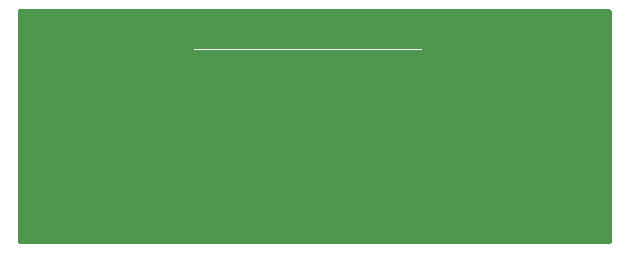
<source format=gbr>
%TF.GenerationSoftware,KiCad,Pcbnew,9.0.6+1*%
%TF.CreationDate,2026-01-27T15:49:49+01:00*%
%TF.ProjectId,si-simulation-test-board,73692d73-696d-4756-9c61-74696f6e2d74,rev?*%
%TF.SameCoordinates,Original*%
%TF.FileFunction,Copper,L3,Inr*%
%TF.FilePolarity,Positive*%
%FSLAX46Y46*%
G04 Gerber Fmt 4.6, Leading zero omitted, Abs format (unit mm)*
G04 Created by KiCad (PCBNEW 9.0.6+1) date 2026-01-27 15:49:49*
%MOMM*%
%LPD*%
G01*
G04 APERTURE LIST*
%TA.AperFunction,Conductor*%
%ADD10C,0.275000*%
%TD*%
%TA.AperFunction,Conductor*%
%ADD11C,0.020000*%
%TD*%
%TA.AperFunction,ViaPad*%
%ADD12C,0.550000*%
%TD*%
G04 APERTURE END LIST*
%TO.N,Filter*%
D10*
X111377500Y-130915000D02*
G75*
G02*
X111102500Y-130915000I-137500J0D01*
G01*
X111102500Y-130915000D02*
G75*
G02*
X111377500Y-130915000I137500J0D01*
G01*
X126782500Y-130915000D02*
G75*
G02*
X126507500Y-130915000I-137500J0D01*
G01*
X126507500Y-130915000D02*
G75*
G02*
X126782500Y-130915000I137500J0D01*
G01*
D11*
X108720000Y-118530000D02*
X128060000Y-118530000D01*
X128060000Y-131970000D01*
X108720000Y-131970000D01*
X108720000Y-118530000D01*
%TA.AperFunction,Conductor*%
G36*
X108720000Y-118530000D02*
G01*
X128060000Y-118530000D01*
X128060000Y-131970000D01*
X108720000Y-131970000D01*
X108720000Y-118530000D01*
G37*
%TD.AperFunction*%
D10*
X126082500Y-130915000D02*
G75*
G02*
X125807500Y-130915000I-137500J0D01*
G01*
X125807500Y-130915000D02*
G75*
G02*
X126082500Y-130915000I137500J0D01*
G01*
X122977500Y-120115000D02*
G75*
G02*
X122702500Y-120115000I-137500J0D01*
G01*
X122702500Y-120115000D02*
G75*
G02*
X122977500Y-120115000I137500J0D01*
G01*
X114577500Y-120115000D02*
G75*
G02*
X114302500Y-120115000I-137500J0D01*
G01*
X114302500Y-120115000D02*
G75*
G02*
X114577500Y-120115000I137500J0D01*
G01*
X125382500Y-130915000D02*
G75*
G02*
X125107500Y-130915000I-137500J0D01*
G01*
X125107500Y-130915000D02*
G75*
G02*
X125382500Y-130915000I137500J0D01*
G01*
X109977500Y-130915000D02*
G75*
G02*
X109702500Y-130915000I-137500J0D01*
G01*
X109702500Y-130915000D02*
G75*
G02*
X109977500Y-130915000I137500J0D01*
G01*
X113877500Y-120115000D02*
G75*
G02*
X113602500Y-120115000I-137500J0D01*
G01*
X113602500Y-120115000D02*
G75*
G02*
X113877500Y-120115000I137500J0D01*
G01*
X110677500Y-130915000D02*
G75*
G02*
X110402500Y-130915000I-137500J0D01*
G01*
X110402500Y-130915000D02*
G75*
G02*
X110677500Y-130915000I137500J0D01*
G01*
X118677500Y-130915000D02*
G75*
G02*
X118402500Y-130915000I-137500J0D01*
G01*
X118402500Y-130915000D02*
G75*
G02*
X118677500Y-130915000I137500J0D01*
G01*
X117977500Y-130915000D02*
G75*
G02*
X117702500Y-130915000I-137500J0D01*
G01*
X117702500Y-130915000D02*
G75*
G02*
X117977500Y-130915000I137500J0D01*
G01*
X122277500Y-120115000D02*
G75*
G02*
X122002500Y-120115000I-137500J0D01*
G01*
X122002500Y-120115000D02*
G75*
G02*
X122277500Y-120115000I137500J0D01*
G01*
%TD*%
D12*
%TO.N,GND*%
X120800000Y-117210000D03*
X113000000Y-133810000D03*
X132340000Y-133810000D03*
X131600000Y-119410000D03*
X102300719Y-123509281D03*
X120940000Y-133810000D03*
X94800000Y-130560000D03*
X109400000Y-117210000D03*
X99800000Y-123510000D03*
X107179756Y-118630244D03*
X128760000Y-117210000D03*
X118640000Y-133810000D03*
X119800000Y-133810000D03*
X105553411Y-120256589D03*
X121960000Y-117210000D03*
X99400000Y-133810000D03*
X133226346Y-121036346D03*
X141825000Y-130510000D03*
X134852691Y-122662691D03*
X111700000Y-117210000D03*
X107340000Y-133810000D03*
X134046589Y-121856589D03*
X110700000Y-133810000D03*
X96325000Y-124635000D03*
X105040000Y-133810000D03*
X102740000Y-133810000D03*
X143600000Y-130510000D03*
X104747309Y-121062691D03*
X98100000Y-124635000D03*
X124400000Y-133810000D03*
X141825000Y-124610000D03*
X116440000Y-133810000D03*
X127600000Y-117210000D03*
X115160000Y-117210000D03*
X115300000Y-133810000D03*
X103927065Y-121882935D03*
X103900000Y-133810000D03*
X96325000Y-130585000D03*
X98100000Y-130585000D03*
X114000000Y-117210000D03*
X109540000Y-133810000D03*
X106373654Y-119436346D03*
X100440000Y-133810000D03*
X108000000Y-117810000D03*
X138100000Y-133810000D03*
X124260000Y-117210000D03*
X134640000Y-133810000D03*
X112860000Y-117210000D03*
X139900000Y-132710000D03*
X106200000Y-133810000D03*
X114140000Y-133810000D03*
X123240000Y-133810000D03*
X135672935Y-123482935D03*
X143600000Y-124610000D03*
X138100000Y-123482935D03*
X140300000Y-124585000D03*
X108500000Y-133810000D03*
X117460000Y-117210000D03*
X119660000Y-117210000D03*
X110560000Y-117210000D03*
X101600000Y-133810000D03*
X122100000Y-133810000D03*
X125400000Y-117210000D03*
X136940000Y-133810000D03*
X103120963Y-122689037D03*
X94800000Y-124610000D03*
X136940000Y-123482935D03*
X130040000Y-133810000D03*
X116300000Y-117210000D03*
X127740000Y-133810000D03*
X128900000Y-133810000D03*
X125540000Y-133810000D03*
X135800000Y-133810000D03*
X129973654Y-117783654D03*
X117600000Y-133810000D03*
X126560000Y-117210000D03*
X123100000Y-117210000D03*
X130793898Y-118603898D03*
X126700000Y-133810000D03*
X139000000Y-123910000D03*
X118500000Y-117210000D03*
X140300000Y-130485000D03*
X131200000Y-133810000D03*
X111840000Y-133810000D03*
X133500000Y-133810000D03*
X100960000Y-123510000D03*
X132420244Y-120230244D03*
%TO.N,Filter*%
X126645000Y-130915000D03*
X122840000Y-120115000D03*
X114440000Y-120115000D03*
X117840000Y-130915000D03*
X113740000Y-120115000D03*
X125945000Y-130915000D03*
X122140000Y-120115000D03*
X109840000Y-130915000D03*
X111240000Y-130915000D03*
X110540000Y-130915000D03*
X125245000Y-130915000D03*
X118540000Y-130915000D03*
%TD*%
%TA.AperFunction,Conductor*%
%TO.N,GND*%
G36*
X144032539Y-115140185D02*
G01*
X144078294Y-115192989D01*
X144089500Y-115244500D01*
X144089500Y-134845500D01*
X144069815Y-134912539D01*
X144017011Y-134958294D01*
X143965500Y-134969500D01*
X93974500Y-134969500D01*
X93907461Y-134949815D01*
X93861706Y-134897011D01*
X93850500Y-134845500D01*
X93850500Y-118525650D01*
X108709500Y-118525650D01*
X108709500Y-118525651D01*
X108709500Y-131974349D01*
X108715651Y-131980500D01*
X128064349Y-131980500D01*
X128070500Y-131974349D01*
X128070500Y-118525651D01*
X128064349Y-118519500D01*
X108724349Y-118519500D01*
X108715651Y-118519500D01*
X108715650Y-118519500D01*
X108709500Y-118525650D01*
X93850500Y-118525650D01*
X93850500Y-115244500D01*
X93870185Y-115177461D01*
X93922989Y-115131706D01*
X93974500Y-115120500D01*
X143965500Y-115120500D01*
X144032539Y-115140185D01*
G37*
%TD.AperFunction*%
%TD*%
M02*

</source>
